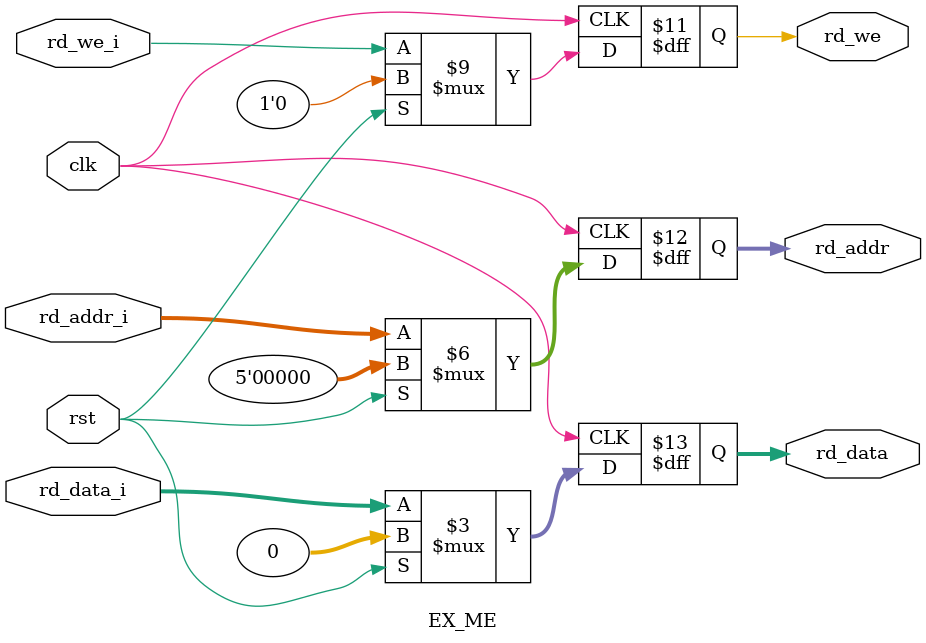
<source format=v>
`timescale 1ns/1ps
module EX_ME(
    input wire clk,
    input wire rst,
    // rd
    //input wire rd_we_i,
    input wire rd_we_i,
    input wire [4:0] rd_addr_i,
    input wire [31:0] rd_data_i,
    output reg rd_we,
    output reg [4:0] rd_addr,
    output reg [31:0] rd_data
);
    always @(posedge clk) begin
        if(rst)begin
            rd_we <= 1'b0;
            rd_addr <= 5'b0;
            rd_data <= 32'b0;
        end else begin
            rd_we <= rd_we_i;
            rd_addr <= rd_addr_i;
            rd_data <= rd_data_i;
        end
    end
endmodule
</source>
